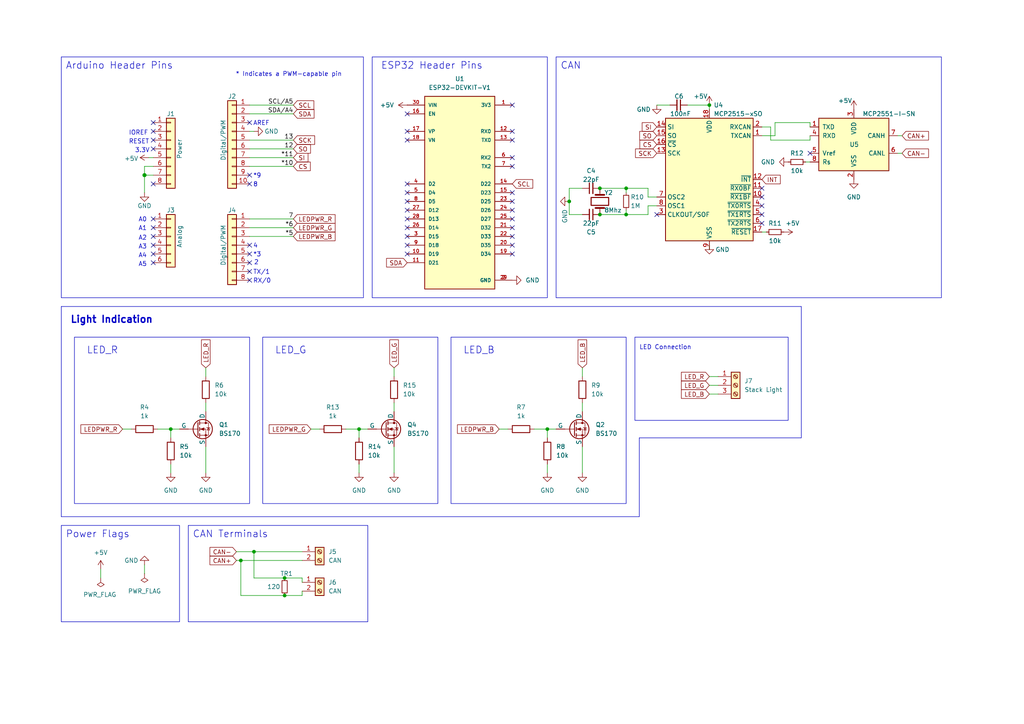
<source format=kicad_sch>
(kicad_sch (version 20231120) (generator "eeschema") (generator_version "8.0")
  (paper "A4")
  (title_block (date "mar. 31 mars 2015"))
  (lib_symbols
    (symbol "+5V_1" (power) (pin_numbers hide) (pin_names (offset 0) hide)
      (property "Value" "+5V" (at 0 3.556 0))
      (symbol "+5V_1_0_1"
        (polyline (pts (xy -0.762 1.27) (xy 0 2.54)))
        (polyline (pts (xy 0 0) (xy 0 2.54)))
        (polyline (pts (xy 0 2.54) (xy 0.762 1.27)))
      )
      (symbol "+5V_1_1_1"
        (pin power_in line (at 0 0 90) (length 0) (name "~") (number "1"))
      )
    )
    (symbol "Connector:Screw_Terminal_01x02" (pin_names (offset 1.016) hide)
      (property "Reference" "J" (at 0 2.54 0))
      (property "Value" "Screw_Terminal_01x02" (at 0 -5.08 0))
      (symbol "Screw_Terminal_01x02_1_1"
        (rectangle (start -1.27 1.27) (end 1.27 -3.81) (stroke (width 0.254)) (fill (type background)))
        (circle (center 0 -2.54) (radius 0.635) (stroke (width 0.1524)))
        (polyline (pts (xy -0.5334 -2.2098) (xy 0.3302 -3.048)) (stroke (width 0.1524)))
        (polyline (pts (xy -0.5334 0.3302) (xy 0.3302 -0.508)) (stroke (width 0.1524)))
        (polyline (pts (xy -0.3556 -2.032) (xy 0.508 -2.8702)) (stroke (width 0.1524)))
        (polyline (pts (xy -0.3556 0.508) (xy 0.508 -0.3302)) (stroke (width 0.1524)))
        (circle (center 0 0) (radius 0.635) (stroke (width 0.1524)))
        (pin passive line (at -5.08 0 0) (length 3.81) (name "Pin_1") (number "1"))
        (pin passive line (at -5.08 -2.54 0) (length 3.81) (name "Pin_2") (number "2"))
      )
    )
    (symbol "Connector:Screw_Terminal_01x03" (pin_names (offset 1.016) hide)
      (property "Reference" "J" (at 0 5.08 0))
      (property "Value" "Screw_Terminal_01x03" (at 0 -5.08 0))
      (symbol "Screw_Terminal_01x03_1_1"
        (rectangle (start -1.27 3.81) (end 1.27 -3.81) (stroke (width 0.254)) (fill (type background)))
        (circle (center 0 -2.54) (radius 0.635) (stroke (width 0.1524)))
        (polyline (pts (xy -0.5334 -2.2098) (xy 0.3302 -3.048)) (stroke (width 0.1524)))
        (polyline (pts (xy -0.5334 0.3302) (xy 0.3302 -0.508)) (stroke (width 0.1524)))
        (polyline (pts (xy -0.5334 2.8702) (xy 0.3302 2.032)) (stroke (width 0.1524)))
        (polyline (pts (xy -0.3556 -2.032) (xy 0.508 -2.8702)) (stroke (width 0.1524)))
        (polyline (pts (xy -0.3556 0.508) (xy 0.508 -0.3302)) (stroke (width 0.1524)))
        (polyline (pts (xy -0.3556 3.048) (xy 0.508 2.2098)) (stroke (width 0.1524)))
        (circle (center 0 0) (radius 0.635) (stroke (width 0.1524)))
        (circle (center 0 2.54) (radius 0.635) (stroke (width 0.1524)))
        (pin passive line (at -5.08 2.54 0) (length 3.81) (name "Pin_1") (number "1"))
        (pin passive line (at -5.08 0 0) (length 3.81) (name "Pin_2") (number "2"))
        (pin passive line (at -5.08 -2.54 0) (length 3.81) (name "Pin_3") (number "3"))
      )
    )
    (symbol "Connector_Generic:Conn_01x06" (pin_names (offset 1.016) hide)
      (property "Reference" "J" (at 0 7.62 0))
      (property "Value" "Conn_01x06" (at 0 -10.16 0))
      (symbol "Conn_01x06_1_1"
        (rectangle (start -1.27 -7.493) (end 0 -7.747) (stroke (width 0.1524)))
        (rectangle (start -1.27 -4.953) (end 0 -5.207) (stroke (width 0.1524)))
        (rectangle (start -1.27 -2.413) (end 0 -2.667) (stroke (width 0.1524)))
        (rectangle (start -1.27 0.127) (end 0 -0.127) (stroke (width 0.1524)))
        (rectangle (start -1.27 2.667) (end 0 2.413) (stroke (width 0.1524)))
        (rectangle (start -1.27 5.207) (end 0 4.953) (stroke (width 0.1524)))
        (rectangle (start -1.27 6.35) (end 1.27 -8.89) (stroke (width 0.254)) (fill (type background)))
        (pin passive line (at -5.08 5.08 0) (length 3.81) (name "Pin_1") (number "1"))
        (pin passive line (at -5.08 2.54 0) (length 3.81) (name "Pin_2") (number "2"))
        (pin passive line (at -5.08 0 0) (length 3.81) (name "Pin_3") (number "3"))
        (pin passive line (at -5.08 -2.54 0) (length 3.81) (name "Pin_4") (number "4"))
        (pin passive line (at -5.08 -5.08 0) (length 3.81) (name "Pin_5") (number "5"))
        (pin passive line (at -5.08 -7.62 0) (length 3.81) (name "Pin_6") (number "6"))
      )
    )
    (symbol "Connector_Generic:Conn_01x08" (pin_names (offset 1.016) hide)
      (property "Reference" "J" (at 0 10.16 0))
      (property "Value" "Conn_01x08" (at 0 -12.7 0))
      (symbol "Conn_01x08_1_1"
        (rectangle (start -1.27 -10.033) (end 0 -10.287) (stroke (width 0.1524)))
        (rectangle (start -1.27 -7.493) (end 0 -7.747) (stroke (width 0.1524)))
        (rectangle (start -1.27 -4.953) (end 0 -5.207) (stroke (width 0.1524)))
        (rectangle (start -1.27 -2.413) (end 0 -2.667) (stroke (width 0.1524)))
        (rectangle (start -1.27 0.127) (end 0 -0.127) (stroke (width 0.1524)))
        (rectangle (start -1.27 2.667) (end 0 2.413) (stroke (width 0.1524)))
        (rectangle (start -1.27 5.207) (end 0 4.953) (stroke (width 0.1524)))
        (rectangle (start -1.27 7.747) (end 0 7.493) (stroke (width 0.1524)))
        (rectangle (start -1.27 8.89) (end 1.27 -11.43) (stroke (width 0.254)) (fill (type background)))
        (pin passive line (at -5.08 7.62 0) (length 3.81) (name "Pin_1") (number "1"))
        (pin passive line (at -5.08 5.08 0) (length 3.81) (name "Pin_2") (number "2"))
        (pin passive line (at -5.08 2.54 0) (length 3.81) (name "Pin_3") (number "3"))
        (pin passive line (at -5.08 0 0) (length 3.81) (name "Pin_4") (number "4"))
        (pin passive line (at -5.08 -2.54 0) (length 3.81) (name "Pin_5") (number "5"))
        (pin passive line (at -5.08 -5.08 0) (length 3.81) (name "Pin_6") (number "6"))
        (pin passive line (at -5.08 -7.62 0) (length 3.81) (name "Pin_7") (number "7"))
        (pin passive line (at -5.08 -10.16 0) (length 3.81) (name "Pin_8") (number "8"))
      )
    )
    (symbol "Connector_Generic:Conn_01x10" (pin_names (offset 1.016) hide)
      (property "Reference" "J" (at 0 12.7 0))
      (property "Value" "Conn_01x10" (at 0 -15.24 0))
      (symbol "Conn_01x10_1_1"
        (rectangle (start -1.27 -12.573) (end 0 -12.827) (stroke (width 0.1524)))
        (rectangle (start -1.27 -10.033) (end 0 -10.287) (stroke (width 0.1524)))
        (rectangle (start -1.27 -7.493) (end 0 -7.747) (stroke (width 0.1524)))
        (rectangle (start -1.27 -4.953) (end 0 -5.207) (stroke (width 0.1524)))
        (rectangle (start -1.27 -2.413) (end 0 -2.667) (stroke (width 0.1524)))
        (rectangle (start -1.27 0.127) (end 0 -0.127) (stroke (width 0.1524)))
        (rectangle (start -1.27 2.667) (end 0 2.413) (stroke (width 0.1524)))
        (rectangle (start -1.27 5.207) (end 0 4.953) (stroke (width 0.1524)))
        (rectangle (start -1.27 7.747) (end 0 7.493) (stroke (width 0.1524)))
        (rectangle (start -1.27 10.287) (end 0 10.033) (stroke (width 0.1524)))
        (rectangle (start -1.27 11.43) (end 1.27 -13.97) (stroke (width 0.254)) (fill (type background)))
        (pin passive line (at -5.08 10.16 0) (length 3.81) (name "Pin_1") (number "1"))
        (pin passive line (at -5.08 -12.7 0) (length 3.81) (name "Pin_10") (number "10"))
        (pin passive line (at -5.08 7.62 0) (length 3.81) (name "Pin_2") (number "2"))
        (pin passive line (at -5.08 5.08 0) (length 3.81) (name "Pin_3") (number "3"))
        (pin passive line (at -5.08 2.54 0) (length 3.81) (name "Pin_4") (number "4"))
        (pin passive line (at -5.08 0 0) (length 3.81) (name "Pin_5") (number "5"))
        (pin passive line (at -5.08 -2.54 0) (length 3.81) (name "Pin_6") (number "6"))
        (pin passive line (at -5.08 -5.08 0) (length 3.81) (name "Pin_7") (number "7"))
        (pin passive line (at -5.08 -7.62 0) (length 3.81) (name "Pin_8") (number "8"))
        (pin passive line (at -5.08 -10.16 0) (length 3.81) (name "Pin_9") (number "9"))
      )
    )
    (symbol "Device:C_Small" (pin_numbers hide) (pin_names (offset 0.254) hide)
      (property "Reference" "C" (at 0.254 1.778 0))
      (property "Value" "C_Small" (at 0.254 -2.032 0))
      (symbol "C_Small_0_1"
        (polyline (pts (xy -1.524 -0.508) (xy 1.524 -0.508)) (stroke (width 0.3302)))
        (polyline (pts (xy -1.524 0.508) (xy 1.524 0.508)) (stroke (width 0.3048)))
      )
      (symbol "C_Small_1_1"
        (pin passive line (at 0 2.54 270) (length 2.032) (name "~") (number "1"))
        (pin passive line (at 0 -2.54 90) (length 2.032) (name "~") (number "2"))
      )
    )
    (symbol "Device:Crystal" (pin_numbers hide) (pin_names (offset 1.016) hide)
      (property "Reference" "Y" (at 0 3.81 0))
      (property "Value" "Crystal" (at 0 -3.81 0))
      (symbol "Crystal_0_1"
        (rectangle (start -1.143 2.54) (end 1.143 -2.54) (stroke (width 0.3048)))
        (polyline (pts (xy -2.54 0) (xy -1.905 0)))
        (polyline (pts (xy -1.905 -1.27) (xy -1.905 1.27)) (stroke (width 0.508)))
        (polyline (pts (xy 1.905 -1.27) (xy 1.905 1.27)) (stroke (width 0.508)))
        (polyline (pts (xy 2.54 0) (xy 1.905 0)))
      )
      (symbol "Crystal_1_1"
        (pin passive line (at -3.81 0 0) (length 1.27) (name "1") (number "1"))
        (pin passive line (at 3.81 0 180) (length 1.27) (name "2") (number "2"))
      )
    )
    (symbol "Device:R" (pin_numbers hide) (pin_names (offset 0))
      (property "Reference" "R" (at 2.032 0 90))
      (property "Value" "R" (at 0 0 90))
      (symbol "R_0_1"
        (rectangle (start -1.016 -2.54) (end 1.016 2.54) (stroke (width 0.254)))
      )
      (symbol "R_1_1"
        (pin passive line (at 0 3.81 270) (length 1.27) (name "~") (number "1"))
        (pin passive line (at 0 -3.81 90) (length 1.27) (name "~") (number "2"))
      )
    )
    (symbol "Device:R_Small" (pin_numbers hide) (pin_names (offset 0.254) hide)
      (property "Reference" "R" (at 0.762 0.508 0))
      (property "Value" "R_Small" (at 0.762 -1.016 0))
      (symbol "R_Small_0_1"
        (rectangle (start -0.762 1.778) (end 0.762 -1.778) (stroke (width 0.2032)))
      )
      (symbol "R_Small_1_1"
        (pin passive line (at 0 2.54 270) (length 0.762) (name "~") (number "1"))
        (pin passive line (at 0 -2.54 90) (length 0.762) (name "~") (number "2"))
      )
    )
    (symbol "GND_1" (power) (pin_numbers hide) (pin_names (offset 0) hide)
      (property "Value" "GND" (at 0 -3.81 0))
      (symbol "GND_1_0_1"
        (polyline (pts (xy 0 0) (xy 0 -1.27) (xy 1.27 -1.27) (xy 0 -2.54) (xy -1.27 -1.27) (xy 0 -1.27)))
      )
      (symbol "GND_1_1_1"
        (pin power_in line (at 0 0 270) (length 0) (name "~") (number "1"))
      )
    )
    (symbol "Interface_CAN_LIN:MCP2515-xSO"
      (property "Reference" "U" (at -10.16 19.685 0))
      (property "Value" "MCP2515-xSO" (at 19.05 20.32 0))
      (symbol "MCP2515-xSO_0_1"
        (rectangle (start -12.7 17.78) (end 12.7 -17.78) (stroke (width 0.254)) (fill (type background)))
      )
      (symbol "MCP2515-xSO_1_1"
        (pin output line (at 15.24 12.7 180) (length 2.54) (name "TXCAN") (number "1"))
        (pin output line (at 15.24 -5.08 180) (length 2.54) (name "~{RX1BF}") (number "10"))
        (pin output line (at 15.24 -2.54 180) (length 2.54) (name "~{RX0BF}") (number "11"))
        (pin output line (at 15.24 0 180) (length 2.54) (name "~{INT}") (number "12"))
        (pin input line (at -15.24 7.62 0) (length 2.54) (name "SCK") (number "13"))
        (pin input line (at -15.24 15.24 0) (length 2.54) (name "SI") (number "14"))
        (pin output line (at -15.24 12.7 0) (length 2.54) (name "SO") (number "15"))
        (pin input line (at -15.24 10.16 0) (length 2.54) (name "~{CS}") (number "16"))
        (pin input line (at 15.24 -15.24 180) (length 2.54) (name "~{RESET}") (number "17"))
        (pin power_in line (at 0 20.32 270) (length 2.54) (name "VDD") (number "18"))
        (pin input line (at 15.24 15.24 180) (length 2.54) (name "RXCAN") (number "2"))
        (pin output line (at -15.24 -10.16 0) (length 2.54) (name "CLKOUT/SOF") (number "3"))
        (pin input line (at 15.24 -7.62 180) (length 2.54) (name "~{TX0RTS}") (number "4"))
        (pin input line (at 15.24 -10.16 180) (length 2.54) (name "~{TX1RTS}") (number "5"))
        (pin input line (at 15.24 -12.7 180) (length 2.54) (name "~{TX2RTS}") (number "6"))
        (pin output line (at -15.24 -5.08 0) (length 2.54) (name "OSC2") (number "7"))
        (pin input line (at -15.24 -7.62 0) (length 2.54) (name "OSC1") (number "8"))
        (pin power_in line (at 0 -20.32 90) (length 2.54) (name "VSS") (number "9"))
      )
    )
    (symbol "Interface_CAN_LIN:MCP2551-I-SN" (pin_names (offset 1.016))
      (property "Reference" "U" (at -10.16 8.89 0))
      (property "Value" "MCP2551-I-SN" (at 2.54 8.89 0))
      (symbol "MCP2551-I-SN_0_1"
        (rectangle (start -10.16 7.62) (end 10.16 -7.62) (stroke (width 0.254)) (fill (type background)))
      )
      (symbol "MCP2551-I-SN_1_1"
        (pin input line (at -12.7 5.08 0) (length 2.54) (name "TXD") (number "1"))
        (pin power_in line (at 0 -10.16 90) (length 2.54) (name "VSS") (number "2"))
        (pin power_in line (at 0 10.16 270) (length 2.54) (name "VDD") (number "3"))
        (pin output line (at -12.7 2.54 0) (length 2.54) (name "RXD") (number "4"))
        (pin power_out line (at -12.7 -2.54 0) (length 2.54) (name "Vref") (number "5"))
        (pin bidirectional line (at 12.7 -2.54 180) (length 2.54) (name "CANL") (number "6"))
        (pin bidirectional line (at 12.7 2.54 180) (length 2.54) (name "CANH") (number "7"))
        (pin input line (at -12.7 -5.08 0) (length 2.54) (name "Rs") (number "8"))
      )
    )
    (symbol "RF_Module:ESP32-DEVKIT-V1" (pin_names (offset 1.016))
      (property "Reference" "U" (at -10.16 30.48 0))
      (property "Value" "ESP32-DEVKIT-V1" (at -10.16 -30.48 0))
      (symbol "ESP32-DEVKIT-V1_0_0"
        (rectangle (start -10.16 -27.94) (end 10.16 27.94) (stroke (width 0.254)) (fill (type background)))
        (pin output line (at 15.24 25.4 180) (length 5.08) (name "3V3") (number "1"))
        (pin bidirectional line (at -15.24 -17.78 0) (length 5.08) (name "D19") (number "10"))
        (pin bidirectional line (at -15.24 -20.32 0) (length 5.08) (name "D21") (number "11"))
        (pin input line (at 15.24 17.78 180) (length 5.08) (name "RX0") (number "12"))
        (pin output line (at 15.24 15.24 180) (length 5.08) (name "TX0") (number "13"))
        (pin bidirectional line (at 15.24 2.54 180) (length 5.08) (name "D22") (number "14"))
        (pin bidirectional line (at 15.24 0 180) (length 5.08) (name "D23") (number "15"))
        (pin input line (at -15.24 22.86 0) (length 5.08) (name "EN") (number "16"))
        (pin bidirectional line (at -15.24 17.78 0) (length 5.08) (name "VP") (number "17"))
        (pin bidirectional line (at -15.24 15.24 0) (length 5.08) (name "VN") (number "18"))
        (pin bidirectional line (at 15.24 -17.78 180) (length 5.08) (name "D34") (number "19"))
        (pin power_in line (at 15.24 -25.4 180) (length 5.08) (name "GND") (number "2"))
        (pin bidirectional line (at 15.24 -15.24 180) (length 5.08) (name "D35") (number "20"))
        (pin bidirectional line (at 15.24 -10.16 180) (length 5.08) (name "D32") (number "21"))
        (pin bidirectional line (at 15.24 -12.7 180) (length 5.08) (name "D33") (number "22"))
        (pin bidirectional line (at 15.24 -2.54 180) (length 5.08) (name "D25") (number "23"))
        (pin bidirectional line (at 15.24 -5.08 180) (length 5.08) (name "D26") (number "24"))
        (pin bidirectional line (at 15.24 -7.62 180) (length 5.08) (name "D27") (number "25"))
        (pin bidirectional line (at -15.24 -10.16 0) (length 5.08) (name "D14") (number "26"))
        (pin bidirectional line (at -15.24 -5.08 0) (length 5.08) (name "D12") (number "27"))
        (pin bidirectional line (at -15.24 -7.62 0) (length 5.08) (name "D13") (number "28"))
        (pin power_in line (at 15.24 -25.4 180) (length 5.08) (name "GND") (number "29"))
        (pin bidirectional line (at -15.24 -12.7 0) (length 5.08) (name "D15") (number "3"))
        (pin input line (at -15.24 25.4 0) (length 5.08) (name "VIN") (number "30"))
        (pin bidirectional line (at -15.24 2.54 0) (length 5.08) (name "D2") (number "4"))
        (pin bidirectional line (at -15.24 0 0) (length 5.08) (name "D4") (number "5"))
        (pin input line (at 15.24 10.16 180) (length 5.08) (name "RX2") (number "6"))
        (pin output line (at 15.24 7.62 180) (length 5.08) (name "TX2") (number "7"))
        (pin bidirectional line (at -15.24 -2.54 0) (length 5.08) (name "D5") (number "8"))
        (pin bidirectional line (at -15.24 -15.24 0) (length 5.08) (name "D18") (number "9"))
      )
    )
    (symbol "Simulation_SPICE:NMOS" (pin_numbers hide) (pin_names (offset 0))
      (property "Reference" "Q" (at 5.08 1.27 0))
      (property "Value" "NMOS" (at 5.08 -1.27 0))
      (symbol "NMOS_0_1"
        (polyline (pts (xy 0.254 0) (xy -2.54 0)))
        (polyline (pts (xy 0.254 1.905) (xy 0.254 -1.905)) (stroke (width 0.254)))
        (polyline (pts (xy 0.762 -1.27) (xy 0.762 -2.286)) (stroke (width 0.254)))
        (polyline (pts (xy 0.762 0.508) (xy 0.762 -0.508)) (stroke (width 0.254)))
        (polyline (pts (xy 0.762 2.286) (xy 0.762 1.27)) (stroke (width 0.254)))
        (polyline (pts (xy 2.54 2.54) (xy 2.54 1.778)))
        (polyline (pts (xy 2.54 -2.54) (xy 2.54 0) (xy 0.762 0)))
        (polyline (pts (xy 0.762 -1.778) (xy 3.302 -1.778) (xy 3.302 1.778) (xy 0.762 1.778)))
        (polyline (pts (xy 1.016 0) (xy 2.032 0.381) (xy 2.032 -0.381) (xy 1.016 0)) (fill (type outline)))
        (polyline (pts (xy 2.794 0.508) (xy 2.921 0.381) (xy 3.683 0.381) (xy 3.81 0.254)))
        (polyline (pts (xy 3.302 0.381) (xy 2.921 -0.254) (xy 3.683 -0.254) (xy 3.302 0.381)))
        (circle (center 1.651 0) (radius 2.794) (stroke (width 0.254)))
        (circle (center 2.54 -1.778) (radius 0.254) (fill (type outline)))
        (circle (center 2.54 1.778) (radius 0.254) (fill (type outline)))
      )
      (symbol "NMOS_1_1"
        (pin passive line (at 2.54 5.08 270) (length 2.54) (name "D") (number "1"))
        (pin input line (at -5.08 0 0) (length 2.54) (name "G") (number "2"))
        (pin passive line (at 2.54 -5.08 90) (length 2.54) (name "S") (number "3"))
      )
    )
    (symbol "power:+5V" (power) (pin_names (offset 0))
      (property "Value" "+5V" (at 0 3.556 0))
      (symbol "+5V_0_1"
        (polyline (pts (xy -0.762 1.27) (xy 0 2.54)))
        (polyline (pts (xy 0 0) (xy 0 2.54)))
        (polyline (pts (xy 0 2.54) (xy 0.762 1.27)))
      )
      (symbol "+5V_1_1"
        (pin power_in line (at 0 0 90) (length 0) hide (name "+5V") (number "1"))
      )
    )
    (symbol "power:GND" (power) (pin_names (offset 0))
      (property "Value" "GND" (at 0 -3.81 0))
      (symbol "GND_0_1"
        (polyline (pts (xy 0 0) (xy 0 -1.27) (xy 1.27 -1.27) (xy 0 -2.54) (xy -1.27 -1.27) (xy 0 -1.27)))
      )
      (symbol "GND_1_1"
        (pin power_in line (at 0 0 270) (length 0) hide (name "GND") (number "1"))
      )
    )
    (symbol "power:PWR_FLAG" (power) (pin_numbers hide) (pin_names (offset 0) hide)
      (property "Value" "PWR_FLAG" (at 0 3.81 0))
      (symbol "PWR_FLAG_0_0"
        (pin power_out line (at 0 0 90) (length 0) (name "~") (number "1"))
      )
      (symbol "PWR_FLAG_0_1"
        (polyline (pts (xy 0 0) (xy 0 1.27) (xy -1.016 1.905) (xy 0 2.54) (xy 1.016 1.905) (xy 0 1.27)))
      )
    )
  )
  (junction (at 73.66 160.02))
  (junction (at 181.61 62.23))
  (junction (at 82.55 167.64))
  (junction (at 41.91 50.8) (diameter 1.016))
  (junction (at 173.99 62.23))
  (junction (at 205.74 30.48))
  (junction (at 69.85 162.56))
  (junction (at 165.1 58.42))
  (junction (at 104.14 124.46))
  (junction (at 49.53 124.46))
  (junction (at 82.55 172.72))
  (junction (at 173.99 54.61))
  (junction (at 158.75 124.46))
  (junction (at 181.61 54.61))
  (no_connect (at 148.59 48.26))
  (no_connect (at 72.39 53.34))
  (no_connect (at 148.59 71.12))
  (no_connect (at 118.11 73.66))
  (no_connect (at 148.59 40.64))
  (no_connect (at 118.11 68.58))
  (no_connect (at 148.59 45.72))
  (no_connect (at 118.11 58.42))
  (no_connect (at 44.45 40.64))
  (no_connect (at 44.45 43.18))
  (no_connect (at 118.11 53.34))
  (no_connect (at 72.39 78.74))
  (no_connect (at 72.39 81.28))
  (no_connect (at 44.45 63.5))
  (no_connect (at 44.45 38.1))
  (no_connect (at 118.11 40.64))
  (no_connect (at 220.98 64.77))
  (no_connect (at 148.59 60.96))
  (no_connect (at 118.11 63.5))
  (no_connect (at 148.59 55.88))
  (no_connect (at 118.11 66.04))
  (no_connect (at 148.59 58.42))
  (no_connect (at 190.5 62.23))
  (no_connect (at 44.45 71.12))
  (no_connect (at 44.45 68.58))
  (no_connect (at 148.59 73.66))
  (no_connect (at 44.45 73.66))
  (no_connect (at 220.98 62.23))
  (no_connect (at 44.45 76.2))
  (no_connect (at 220.98 54.61))
  (no_connect (at 118.11 38.1))
  (no_connect (at 220.98 57.15))
  (no_connect (at 148.59 68.58))
  (no_connect (at 118.11 33.02))
  (no_connect (at 148.59 66.04))
  (no_connect (at 44.45 35.56))
  (no_connect (at 44.45 66.04))
  (no_connect (at 220.98 59.69))
  (no_connect (at 72.39 71.12))
  (no_connect (at 118.11 60.96))
  (no_connect (at 72.39 50.8))
  (no_connect (at 148.59 38.1))
  (no_connect (at 148.59 63.5))
  (no_connect (at 72.39 76.2))
  (no_connect (at 72.39 73.66))
  (no_connect (at 118.11 55.88))
  (no_connect (at 72.39 35.56))
  (no_connect (at 148.59 30.48))
  (no_connect (at 118.11 71.12))
  (no_connect (at 234.95 44.45))
  (no_connect (at 44.45 53.34))
  (wire (pts (xy 208.28 114.3) (xy 205.74 114.3)))
  (wire (pts (xy 173.99 62.23) (xy 181.61 62.23)))
  (wire (pts (xy 104.14 134.62) (xy 104.14 137.16)))
  (wire (pts (xy 72.39 48.26) (xy 85.09 48.26)))
  (wire (pts (xy 165.1 62.23) (xy 168.91 62.23)))
  (wire (pts (xy 220.98 39.37) (xy 224.79 39.37)))
  (wire (pts (xy 72.39 30.48) (xy 85.09 30.48)))
  (wire (pts (xy 208.28 109.22) (xy 205.74 109.22)))
  (wire (pts (xy 35.56 124.46) (xy 38.1 124.46)))
  (wire (pts (xy 158.75 124.46) (xy 161.29 124.46)))
  (wire (pts (xy 181.61 62.23) (xy 187.96 62.23)))
  (wire (pts (xy 104.14 124.46) (xy 106.68 124.46)))
  (wire (pts (xy 41.91 48.26) (xy 41.91 50.8)))
  (wire (pts (xy 114.3 129.54) (xy 114.3 137.16)))
  (wire (pts (xy 69.85 172.72) (xy 69.85 162.56)))
  (wire (pts (xy 187.96 59.69) (xy 190.5 59.69)))
  (wire (pts (xy 87.63 167.64) (xy 87.63 168.91)))
  (wire (pts (xy 82.55 167.64) (xy 73.66 167.64)))
  (wire (pts (xy 41.91 50.8) (xy 41.91 55.88)))
  (wire (pts (xy 187.96 57.15) (xy 190.5 57.15)))
  (wire (pts (xy 223.52 36.83) (xy 223.52 40.64)))
  (wire (pts (xy 43.18 45.72) (xy 44.45 45.72)))
  (wire (pts (xy 87.63 172.72) (xy 87.63 171.45)))
  (wire (pts (xy 73.66 160.02) (xy 87.63 160.02)))
  (wire (pts (xy 72.39 40.64) (xy 85.09 40.64)))
  (wire (pts (xy 82.55 172.72) (xy 87.63 172.72)))
  (wire (pts (xy 220.98 36.83) (xy 223.52 36.83)))
  (wire (pts (xy 224.79 35.56) (xy 234.95 35.56)))
  (wire (pts (xy 72.39 63.5) (xy 85.09 63.5)))
  (wire (pts (xy 205.74 30.48) (xy 205.74 31.75)))
  (wire (pts (xy 72.39 43.18) (xy 85.09 43.18)))
  (polyline (pts (xy 232.41 88.9) (xy 232.41 127)))
  (wire (pts (xy 72.39 66.04) (xy 85.09 66.04)))
  (wire (pts (xy 104.14 124.46) (xy 104.14 127)))
  (wire (pts (xy 68.58 160.02) (xy 73.66 160.02)))
  (wire (pts (xy 59.69 116.84) (xy 59.69 119.38)))
  (wire (pts (xy 190.5 30.48) (xy 194.31 30.48)))
  (wire (pts (xy 165.1 54.61) (xy 168.91 54.61)))
  (wire (pts (xy 82.55 167.64) (xy 87.63 167.64)))
  (wire (pts (xy 154.94 124.46) (xy 158.75 124.46)))
  (wire (pts (xy 181.61 54.61) (xy 187.96 54.61)))
  (wire (pts (xy 69.85 162.56) (xy 87.63 162.56)))
  (polyline (pts (xy 17.78 149.86) (xy 185.42 149.86)))
  (wire (pts (xy 168.91 116.84) (xy 168.91 119.38)))
  (wire (pts (xy 158.75 124.46) (xy 158.75 127)))
  (wire (pts (xy 173.99 54.61) (xy 181.61 54.61)))
  (wire (pts (xy 187.96 54.61) (xy 187.96 57.15)))
  (wire (pts (xy 158.75 134.62) (xy 158.75 137.16)))
  (wire (pts (xy 144.78 124.46) (xy 147.32 124.46)))
  (wire (pts (xy 165.1 58.42) (xy 165.1 54.61)))
  (wire (pts (xy 73.66 167.64) (xy 73.66 160.02)))
  (wire (pts (xy 181.61 60.96) (xy 181.61 62.23)))
  (wire (pts (xy 260.35 44.45) (xy 261.62 44.45)))
  (wire (pts (xy 44.45 50.8) (xy 41.91 50.8)))
  (wire (pts (xy 100.33 124.46) (xy 104.14 124.46)))
  (wire (pts (xy 165.1 58.42) (xy 165.1 62.23)))
  (polyline (pts (xy 232.41 127) (xy 185.42 127)))
  (wire (pts (xy 168.91 129.54) (xy 168.91 137.16)))
  (polyline (pts (xy 17.78 88.9) (xy 232.41 88.9)))
  (wire (pts (xy 234.95 35.56) (xy 234.95 36.83)))
  (wire (pts (xy 49.53 124.46) (xy 52.07 124.46)))
  (wire (pts (xy 199.39 30.48) (xy 205.74 30.48)))
  (wire (pts (xy 45.72 124.46) (xy 49.53 124.46)))
  (wire (pts (xy 222.25 67.31) (xy 220.98 67.31)))
  (wire (pts (xy 205.74 71.12) (xy 205.74 72.39)))
  (wire (pts (xy 49.53 134.62) (xy 49.53 137.16)))
  (wire (pts (xy 72.39 38.1) (xy 73.66 38.1)))
  (wire (pts (xy 114.3 106.68) (xy 114.3 109.22)))
  (wire (pts (xy 208.28 111.76) (xy 205.74 111.76)))
  (wire (pts (xy 44.45 48.26) (xy 41.91 48.26)))
  (wire (pts (xy 168.91 106.68) (xy 168.91 109.22)))
  (wire (pts (xy 68.58 162.56) (xy 69.85 162.56)))
  (wire (pts (xy 260.35 39.37) (xy 261.62 39.37)))
  (wire (pts (xy 234.95 46.99) (xy 233.68 46.99)))
  (wire (pts (xy 41.91 163.83) (xy 41.91 166.37)))
  (wire (pts (xy 72.39 45.72) (xy 85.09 45.72)))
  (wire (pts (xy 224.79 35.56) (xy 224.79 39.37)))
  (wire (pts (xy 49.53 124.46) (xy 49.53 127)))
  (wire (pts (xy 29.21 167.64) (xy 29.21 165.1)))
  (wire (pts (xy 72.39 68.58) (xy 85.09 68.58)))
  (polyline (pts (xy 185.42 127) (xy 185.42 149.86)))
  (wire (pts (xy 181.61 54.61) (xy 181.61 55.88)))
  (polyline (pts (xy 17.78 88.9) (xy 17.78 149.86)))
  (wire (pts (xy 59.69 106.68) (xy 59.69 109.22)))
  (wire (pts (xy 82.55 172.72) (xy 69.85 172.72)))
  (wire (pts (xy 72.39 33.02) (xy 85.09 33.02)))
  (wire (pts (xy 223.52 40.64) (xy 234.95 40.64)))
  (wire (pts (xy 90.17 124.46) (xy 92.71 124.46)))
  (wire (pts (xy 59.69 129.54) (xy 59.69 137.16)))
  (wire (pts (xy 114.3 116.84) (xy 114.3 119.38)))
  (wire (pts (xy 234.95 40.64) (xy 234.95 39.37)))
  (wire (pts (xy 187.96 62.23) (xy 187.96 59.69)))
  (rectangle (start 17.78 152.4) (end 52.07 180.34))
  (rectangle (start 21.59 97.79) (end 72.39 146.05))
  (rectangle (start 54.61 152.4) (end 106.68 180.34))
  (rectangle (start 17.78 16.51) (end 105.41 86.36))
  (rectangle (start 130.81 97.79) (end 181.61 146.05))
  (rectangle (start 76.2 97.79) (end 127 146.05))
  (rectangle (start 161.29 16.51) (end 273.05 86.36))
  (rectangle (start 107.95 16.51) (end 158.75 86.36))
  (rectangle (start 184.15 97.79) (end 228.6 121.92))
  (text "A4" (at 40.132 74.93 0) (effects (font (size 1.27 1.27)) (justify left bottom)))
  (text "*3" (at 73.406 74.676 0) (effects (font (size 1.27 1.27)) (justify left bottom)))
  (text "8" (at 73.406 54.356 0) (effects (font (size 1.27 1.27)) (justify left bottom)))
  (text "A1" (at 40.132 67.056 0) (effects (font (size 1.27 1.27)) (justify left bottom)))
  (text "AREF" (at 73.406 36.576 0) (effects (font (size 1.27 1.27)) (justify left bottom)))
  (text "2" (at 73.66 76.962 0) (effects (font (size 1.27 1.27)) (justify left bottom)))
  (text "CAN" (at 162.56 20.32 0) (effects (font (size 2 2)) (justify left bottom)))
  (text "Light Indication" (at 20.32 93.98 0) (effects (font (size 2 2) (thickness 0.4) (bold yes)) (justify left bottom)))
  (text "A3" (at 40.132 72.39 0) (effects (font (size 1.27 1.27)) (justify left bottom)))
  (text "4" (at 73.406 72.136 0) (effects (font (size 1.27 1.27)) (justify left bottom)))
  (text "RESET" (at 37.338 41.91 0) (effects (font (size 1.27 1.27)) (justify left bottom)))
  (text "CAN Terminals" (at 55.88 156.21 0) (effects (font (size 2 2)) (justify left bottom)))
  (text "Arduino Header Pins" (at 19.05 20.32 0) (effects (font (size 2 2)) (justify left bottom)))
  (text "LED_G" (at 79.756 102.87 0) (effects (font (size 2 2)) (justify left bottom)))
  (text "Power Flags" (at 19.05 156.21 0) (effects (font (size 2 2)) (justify left bottom)))
  (text "LED_R" (at 25.146 102.87 0) (effects (font (size 2 2)) (justify left bottom)))
  (text "LED_B" (at 134.366 102.87 0) (effects (font (size 2 2)) (justify left bottom)))
  (text "LED Connection" (at 185.42 101.6 0) (effects (font (size 1.27 1.27)) (justify left bottom)))
  (text "A0" (at 40.132 64.516 0) (effects (font (size 1.27 1.27)) (justify left bottom)))
  (text "* Indicates a PWM-capable pin" (at 68.326 22.352 0) (effects (font (size 1.27 1.27)) (justify left bottom)))
  (text "A5" (at 40.132 77.47 0) (effects (font (size 1.27 1.27)) (justify left bottom)))
  (text "RX/0" (at 73.406 82.296 0) (effects (font (size 1.27 1.27)) (justify left bottom)))
  (text "IOREF" (at 37.338 39.37 0) (effects (font (size 1.27 1.27)) (justify left bottom)))
  (text "ESP32 Header Pins" (at 110.49 20.32 0) (effects (font (size 2 2)) (justify left bottom)))
  (text "3.3V" (at 39.116 44.45 0) (effects (font (size 1.27 1.27)) (justify left bottom)))
  (text "A2" (at 40.132 69.85 0) (effects (font (size 1.27 1.27)) (justify left bottom)))
  (text "TX/1" (at 73.406 79.756 0) (effects (font (size 1.27 1.27)) (justify left bottom)))
  (text "*9" (at 73.406 51.816 0) (effects (font (size 1.27 1.27)) (justify left bottom)))
  (label "13" (at 85.09 40.64 180))
  (label "12" (at 85.09 43.18 180))
  (label "*10" (at 85.09 48.26 180))
  (label "7" (at 85.09 63.5 180))
  (label "SDA{slash}A4" (at 85.09 33.02 180))
  (label "*11" (at 85.09 45.72 180))
  (label "*6" (at 85.09 66.04 180))
  (label "SCL{slash}A5" (at 85.09 30.48 180))
  (label "*5" (at 85.09 68.58 180))
  (global_label "SCK" (shape input) (at 85.09 40.64 0) (property "Intersheetrefs" "${INTERSHEET_REFS}" (effects (hide yes))))
  (global_label "SDA" (shape input) (at 118.11 76.2 180) (property "Intersheetrefs" "${INTERSHEET_REFS}" (effects (hide yes))))
  (global_label "CAN-" (shape input) (at 68.58 160.02 180) (property "Intersheetrefs" "${INTERSHEET_REFS}" (effects (hide yes))))
  (global_label "LED_B" (shape input) (at 168.91 106.68 90) (property "Intersheetrefs" "${INTERSHEET_REFS}" (effects (hide yes))))
  (global_label "LEDPWR_R" (shape input) (at 85.09 63.5 0) (property "Intersheetrefs" "${INTERSHEET_REFS}" (effects (hide yes))))
  (global_label "SCL" (shape input) (at 85.09 30.48 0) (property "Intersheetrefs" "${INTERSHEET_REFS}" (effects (hide yes))))
  (global_label "LEDPWR_B" (shape input) (at 85.09 68.58 0) (property "Intersheetrefs" "${INTERSHEET_REFS}" (effects (hide yes))))
  (global_label "SDA" (shape input) (at 85.09 33.02 0) (property "Intersheetrefs" "${INTERSHEET_REFS}" (effects (hide yes))))
  (global_label "LED_B" (shape input) (at 205.74 114.3 180) (property "Intersheetrefs" "${INTERSHEET_REFS}" (effects (hide yes))))
  (global_label "LEDPWR_R" (shape input) (at 35.56 124.46 180) (property "Intersheetrefs" "${INTERSHEET_REFS}" (effects (hide yes))))
  (global_label "SO" (shape input) (at 85.09 43.18 0) (property "Intersheetrefs" "${INTERSHEET_REFS}" (effects (hide yes))))
  (global_label "LEDPWR_G" (shape input) (at 90.17 124.46 180) (property "Intersheetrefs" "${INTERSHEET_REFS}" (effects (hide yes))))
  (global_label "SO" (shape input) (at 190.5 39.37 180) (property "Intersheetrefs" "${INTERSHEET_REFS}" (effects (hide yes))))
  (global_label "LED_R" (shape input) (at 59.69 106.68 90) (property "Intersheetrefs" "${INTERSHEET_REFS}" (effects (hide yes))))
  (global_label "CS" (shape input) (at 190.5 41.91 180) (property "Intersheetrefs" "${INTERSHEET_REFS}" (effects (hide yes))))
  (global_label "CAN+" (shape input) (at 261.62 39.37 0) (property "Intersheetrefs" "${INTERSHEET_REFS}" (effects (hide yes))))
  (global_label "LED_R" (shape input) (at 205.74 109.22 180) (property "Intersheetrefs" "${INTERSHEET_REFS}" (effects (hide yes))))
  (global_label "SI" (shape input) (at 85.09 45.72 0) (property "Intersheetrefs" "${INTERSHEET_REFS}" (effects (hide yes))))
  (global_label "CAN+" (shape input) (at 68.58 162.56 180) (property "Intersheetrefs" "${INTERSHEET_REFS}" (effects (hide yes))))
  (global_label "SCL" (shape input) (at 148.59 53.34 0) (property "Intersheetrefs" "${INTERSHEET_REFS}" (effects (hide yes))))
  (global_label "LEDPWR_G" (shape input) (at 85.09 66.04 0) (property "Intersheetrefs" "${INTERSHEET_REFS}" (effects (hide yes))))
  (global_label "CS" (shape input) (at 85.09 48.26 0) (property "Intersheetrefs" "${INTERSHEET_REFS}" (effects (hide yes))))
  (global_label "LED_G" (shape input) (at 205.74 111.76 180) (property "Intersheetrefs" "${INTERSHEET_REFS}" (effects (hide yes))))
  (global_label "INT" (shape input) (at 220.98 52.07 0) (property "Intersheetrefs" "${INTERSHEET_REFS}" (effects (hide yes))))
  (global_label "SI" (shape input) (at 190.5 36.83 180) (property "Intersheetrefs" "${INTERSHEET_REFS}" (effects (hide yes))))
  (global_label "LEDPWR_B" (shape input) (at 144.78 124.46 180) (property "Intersheetrefs" "${INTERSHEET_REFS}" (effects (hide yes))))
  (global_label "LED_G" (shape input) (at 114.3 106.68 90) (property "Intersheetrefs" "${INTERSHEET_REFS}" (effects (hide yes))))
  (global_label "SCK" (shape input) (at 190.5 44.45 180) (property "Intersheetrefs" "${INTERSHEET_REFS}" (effects (hide yes))))
  (global_label "CAN-" (shape input) (at 261.62 44.45 0) (property "Intersheetrefs" "${INTERSHEET_REFS}" (effects (hide yes))))
  (symbol (lib_id "Connector_Generic:Conn_01x08") (at 49.53 43.18 0) (unit 1)
    (property "Reference" "J1" (at 49.53 33.02 0))
    (property "Value" "Power" (at 52.07 43.18 90))
    (property "Footprint" "Connector_PinSocket_2.54mm:PinSocket_1x08_P2.54mm_Vertical" (effects (hide yes)))
  )
  (symbol (lib_id "power:+5V") (at 43.18 45.72 90) (unit 1)
    (property "Reference" "#PWR02" (effects (hide yes)))
    (property "Value" "+5V" (at 40.132 45.974 90) (effects (justify left)))
  )
  (symbol (lib_id "power:GND") (at 41.91 55.88 0) (unit 1)
    (property "Reference" "#PWR04" (effects (hide yes)))
    (property "Value" "GND" (at 41.91 59.69 0))
  )
  (symbol (lib_id "Connector_Generic:Conn_01x10") (at 67.31 40.64 0) (mirror y) (unit 1)
    (property "Reference" "J2" (at 67.31 27.94 0))
    (property "Value" "Digital/PWM" (at 64.77 40.64 90))
    (property "Footprint" "Connector_PinSocket_2.54mm:PinSocket_1x10_P2.54mm_Vertical" (effects (hide yes)))
  )
  (symbol (lib_id "power:GND") (at 73.66 38.1 90) (unit 1)
    (property "Reference" "#PWR05" (effects (hide yes)))
    (property "Value" "GND" (at 78.74 38.1 90))
  )
  (symbol (lib_id "Connector_Generic:Conn_01x06") (at 49.53 68.58 0) (unit 1)
    (property "Reference" "J3" (at 49.53 60.96 0))
    (property "Value" "Analog" (at 52.07 68.58 90))
    (property "Footprint" "Connector_PinSocket_2.54mm:PinSocket_1x06_P2.54mm_Vertical" (effects (hide yes)))
  )
  (symbol (lib_id "Connector_Generic:Conn_01x08") (at 67.31 71.12 0) (mirror y) (unit 1)
    (property "Reference" "J4" (at 67.31 60.96 0))
    (property "Value" "Digital/PWM" (at 64.77 71.12 90))
    (property "Footprint" "Connector_PinSocket_2.54mm:PinSocket_1x08_P2.54mm_Vertical" (effects (hide yes)))
  )
  (symbol (lib_id "Connector:Screw_Terminal_01x02") (at 92.71 168.91 0) (unit 1)
    (property "Reference" "J6" (at 95.25 168.9099 0) (effects (justify left)))
    (property "Value" "CAN" (at 95.25 171.4499 0) (effects (justify left)))
    (property "Footprint" "TerminalBlock_Phoenix:TerminalBlock_Phoenix_MKDS-1,5-2_1x02_P5.00mm_Horizontal" (effects (hide yes)))
  )
  (symbol (lib_name "+5V_1") (lib_id "power:+5V") (at 118.11 30.48 90) (unit 1)
    (property "Reference" "#PWR010" (effects (hide yes)))
    (property "Value" "+5V" (at 114.3 30.4799 90) (effects (justify left)))
    (property "Description" "Power symbol creates a global label with name \"+5V\"" (effects (hide yes)))
  )
  (symbol (lib_id "Device:R") (at 151.13 124.46 90) (unit 1)
    (property "Reference" "R7" (at 151.13 118.11 90))
    (property "Value" "1k" (at 151.13 120.65 90))
    (property "Footprint" "Resistor_SMD:R_0805_2012Metric_Pad1.20x1.40mm_HandSolder" (effects (hide yes)))
  )
  (symbol (lib_name "GND_1") (lib_id "power:GND") (at 148.59 81.28 90) (unit 1)
    (property "Reference" "#PWR011" (effects (hide yes)))
    (property "Value" "GND" (at 152.4 81.2799 90) (effects (justify right)))
    (property "Description" "Power symbol creates a global label with name \"GND\" , ground" (effects (hide yes)))
  )
  (symbol (lib_id "Device:R") (at 168.91 113.03 0) (unit 1)
    (property "Reference" "R9" (at 171.45 111.76 0) (effects (justify left)))
    (property "Value" "10k" (at 171.45 114.3 0) (effects (justify left)))
    (property "Footprint" "Resistor_SMD:R_0805_2012Metric_Pad1.20x1.40mm_HandSolder" (effects (hide yes)))
  )
  (symbol (lib_id "power:GND") (at 205.74 71.12 0) (unit 1)
    (property "Reference" "#PWR026" (effects (hide yes)))
    (property "Value" "GND" (at 209.55 72.39 0))
  )
  (symbol (lib_id "Device:R") (at 41.91 124.46 90) (unit 1)
    (property "Reference" "R4" (at 41.91 118.11 90))
    (property "Value" "1k" (at 41.91 120.65 90))
    (property "Footprint" "Resistor_SMD:R_0805_2012Metric_Pad1.20x1.40mm_HandSolder" (effects (hide yes)))
  )
  (symbol (lib_id "Device:C_Small") (at 171.45 54.61 90) (unit 1)
    (property "Reference" "C4" (at 171.45 49.53 90))
    (property "Value" "22pF" (at 171.45 52.07 90))
    (property "Footprint" "Capacitor_SMD:C_0805_2012Metric_Pad1.18x1.45mm_HandSolder" (effects (hide yes)))
  )
  (symbol (lib_id "Device:R") (at 96.52 124.46 90) (unit 1)
    (property "Reference" "R13" (at 96.52 118.11 90))
    (property "Value" "1k" (at 96.52 120.65 90))
    (property "Footprint" "Resistor_SMD:R_0805_2012Metric_Pad1.20x1.40mm_HandSolder" (effects (hide yes)))
  )
  (symbol (lib_id "power:PWR_FLAG") (at 41.91 166.37 180) (unit 1)
    (property "Reference" "#FLG02" (effects (hide yes)))
    (property "Value" "PWR_FLAG" (at 41.91 171.45 0))
    (property "Description" "Special symbol for telling ERC where power comes from" (effects (hide yes)))
  )
  (symbol (lib_id "Device:R_Small") (at 224.79 67.31 270) (unit 1)
    (property "Reference" "R11" (at 224.79 64.77 90))
    (property "Value" "10k" (at 224.79 69.85 90))
    (property "Footprint" "Resistor_SMD:R_0805_2012Metric_Pad1.20x1.40mm_HandSolder" (effects (hide yes)))
  )
  (symbol (lib_id "power:GND") (at 165.1 58.42 270) (unit 1)
    (property "Reference" "#PWR020" (effects (hide yes)))
    (property "Value" "GND" (at 163.83 64.77 0) (effects (justify right)))
  )
  (symbol (lib_id "Simulation_SPICE:NMOS") (at 166.37 124.46 0) (unit 1)
    (property "Reference" "Q2" (at 172.72 123.19 0) (effects (justify left)))
    (property "Value" "BS170" (at 172.72 125.73 0) (effects (justify left)))
    (property "Footprint" "Package_TO_SOT_THT:TO-92_Inline" (effects (hide yes)))
    (property "Datasheet" "https://ngspice.sourceforge.io/docs/ngspice-manual.pdf" (effects (hide yes)))
    (property "Sim.Device" "NMOS" (effects (hide yes)))
    (property "Sim.Type" "VDMOS" (effects (hide yes)))
    (property "Sim.Pins" "1=D 2=G 3=S" (effects (hide yes)))
  )
  (symbol (lib_id "power:GND") (at 41.91 163.83 180) (unit 1)
    (property "Reference" "#PWR07" (effects (hide yes)))
    (property "Value" "GND" (at 38.1 162.56 0))
  )
  (symbol (lib_id "Device:R") (at 49.53 130.81 0) (unit 1)
    (property "Reference" "R5" (at 52.07 129.54 0) (effects (justify left)))
    (property "Value" "10k" (at 52.07 132.08 0) (effects (justify left)))
    (property "Footprint" "Resistor_SMD:R_0805_2012Metric_Pad1.20x1.40mm_HandSolder" (effects (hide yes)))
  )
  (symbol (lib_id "Device:Crystal") (at 173.99 58.42 90) (unit 1)
    (property "Reference" "Y2" (at 175.26 55.88 90) (effects (justify right)))
    (property "Value" "8Mhz" (at 175.26 60.96 90) (effects (justify right)))
    (property "Footprint" "Crystal:Crystal_HC49-4H_Vertical" (effects (hide yes)))
  )
  (symbol (lib_id "power:PWR_FLAG") (at 29.21 167.64 180) (unit 1)
    (property "Reference" "#FLG01" (effects (hide yes)))
    (property "Value" "PWR_FLAG" (at 33.782 172.466 0) (effects (justify left)))
    (property "Description" "Special symbol for telling ERC where power comes from" (effects (hide yes)))
  )
  (symbol (lib_id "Device:C_Small") (at 171.45 62.23 270) (unit 1)
    (property "Reference" "C5" (at 171.45 67.31 90))
    (property "Value" "22pF" (at 171.45 64.77 90))
    (property "Footprint" "Capacitor_SMD:C_0805_2012Metric_Pad1.18x1.45mm_HandSolder" (effects (hide yes)))
  )
  (symbol (lib_id "Interface_CAN_LIN:MCP2515-xSO") (at 205.74 52.07 0) (unit 1)
    (property "Reference" "U4" (at 207.01 30.48 0) (effects (justify left)))
    (property "Value" "MCP2515-xSO" (at 207.01 33.02 0) (effects (justify left)))
    (property "Footprint" "Package_SO:SOIC-18W_7.5x11.6mm_P1.27mm" (effects (hide yes)))
    (property "Datasheet" "http://ww1.microchip.com/downloads/en/DeviceDoc/21801e.pdf" (effects (hide yes)))
  )
  (symbol (lib_id "power:GND") (at 158.75 137.16 0) (unit 1)
    (property "Reference" "#PWR08" (effects (hide yes)))
    (property "Value" "GND" (at 158.75 142.24 0))
  )
  (symbol (lib_id "power:GND") (at 114.3 137.16 0) (unit 1)
    (property "Reference" "#PWR024" (effects (hide yes)))
    (property "Value" "GND" (at 114.3 142.24 0))
  )
  (symbol (lib_id "power:GND") (at 49.53 137.16 0) (unit 1)
    (property "Reference" "#PWR01" (effects (hide yes)))
    (property "Value" "GND" (at 49.53 142.24 0))
  )
  (symbol (lib_id "Device:R_Small") (at 231.14 46.99 270) (unit 1)
    (property "Reference" "R12" (at 231.14 44.45 90))
    (property "Value" "10k" (at 231.14 49.53 90))
    (property "Footprint" "Resistor_SMD:R_0805_2012Metric_Pad1.20x1.40mm_HandSolder" (effects (hide yes)))
  )
  (symbol (lib_id "power:GND") (at 190.5 30.48 0) (unit 1)
    (property "Reference" "#PWR021" (effects (hide yes)))
    (property "Value" "GND" (at 186.69 31.75 0))
  )
  (symbol (lib_id "Device:R") (at 158.75 130.81 0) (unit 1)
    (property "Reference" "R8" (at 161.29 129.54 0) (effects (justify left)))
    (property "Value" "10k" (at 161.29 132.08 0) (effects (justify left)))
    (property "Footprint" "Resistor_SMD:R_0805_2012Metric_Pad1.20x1.40mm_HandSolder" (effects (hide yes)))
  )
  (symbol (lib_id "power:+5V") (at 227.33 67.31 270) (unit 1)
    (property "Reference" "#PWR012" (effects (hide yes)))
    (property "Value" "+5V" (at 229.87 64.77 90))
  )
  (symbol (lib_id "power:+5V") (at 247.65 31.75 0) (unit 1)
    (property "Reference" "#PWR029" (effects (hide yes)))
    (property "Value" "+5V" (at 245.11 29.21 0))
  )
  (symbol (lib_id "Device:R") (at 114.3 113.03 0) (unit 1)
    (property "Reference" "R15" (at 116.84 111.76 0) (effects (justify left)))
    (property "Value" "10k" (at 116.84 114.3 0) (effects (justify left)))
    (property "Footprint" "Resistor_SMD:R_0805_2012Metric_Pad1.20x1.40mm_HandSolder" (effects (hide yes)))
  )
  (symbol (lib_id "Simulation_SPICE:NMOS") (at 111.76 124.46 0) (unit 1)
    (property "Reference" "Q4" (at 118.11 123.19 0) (effects (justify left)))
    (property "Value" "BS170" (at 118.11 125.73 0) (effects (justify left)))
    (property "Footprint" "Package_TO_SOT_THT:TO-92_Inline" (effects (hide yes)))
    (property "Datasheet" "https://ngspice.sourceforge.io/docs/ngspice-manual.pdf" (effects (hide yes)))
    (property "Sim.Device" "NMOS" (effects (hide yes)))
    (property "Sim.Type" "VDMOS" (effects (hide yes)))
    (property "Sim.Pins" "1=D 2=G 3=S" (effects (hide yes)))
  )
  (symbol (lib_id "Device:R") (at 104.14 130.81 0) (unit 1)
    (property "Reference" "R14" (at 106.68 129.54 0) (effects (justify left)))
    (property "Value" "10k" (at 106.68 132.08 0) (effects (justify left)))
    (property "Footprint" "Resistor_SMD:R_0805_2012Metric_Pad1.20x1.40mm_HandSolder" (effects (hide yes)))
  )
  (symbol (lib_id "power:GND") (at 59.69 137.16 0) (unit 1)
    (property "Reference" "#PWR03" (effects (hide yes)))
    (property "Value" "GND" (at 59.69 142.24 0))
  )
  (symbol (lib_id "RF_Module:ESP32-DEVKIT-V1") (at 133.35 55.88 0) (unit 1)
    (property "Reference" "U1" (at 133.35 22.86 0))
    (property "Value" "ESP32-DEVKIT-V1" (at 133.35 25.4 0))
    (property "Footprint" "RF_Module:ESP32_Header" (effects (hide yes)))
    (property "MF" "Do it" (effects (hide yes)))
    (property "MAXIMUM_PACKAGE_HEIGHT" "6.8 mm" (effects (hide yes)))
    (property "Package" "None" (effects (hide yes)))
    (property "Price" "None" (effects (hide yes)))
    (property "Check_prices" "https://www.snapeda.com/parts/ESP32-DEVKIT-V1/Do+it/view-part/?ref=eda" (effects (hide yes)))
    (property "STANDARD" "Manufacturer Recommendations" (effects (hide yes)))
    (property "PARTREV" "N/A" (effects (hide yes)))
    (property "SnapEDA_Link" "https://www.snapeda.com/parts/ESP32-DEVKIT-V1/Do+it/view-part/?ref=snap" (effects (hide yes)))
    (property "MP" "ESP32-DEVKIT-V1" (effects (hide yes)))
    (property "Description_1" "\nDual core, Wi-Fi: 2.4 GHz up to 150 Mbits/s,BLE (Bluetooth Low Energy) and legacy Bluetooth, 32 bits, Up to 240 MHz\n" (effects (hide yes)))
    (property "Availability" "Not in stock" (effects (hide yes)))
    (property "MANUFACTURER" "DOIT" (effects (hide yes)))
  )
  (symbol (lib_id "Device:R") (at 59.69 113.03 0) (unit 1)
    (property "Reference" "R6" (at 62.23 111.76 0) (effects (justify left)))
    (property "Value" "10k" (at 62.23 114.3 0) (effects (justify left)))
    (property "Footprint" "Resistor_SMD:R_0805_2012Metric_Pad1.20x1.40mm_HandSolder" (effects (hide yes)))
  )
  (symbol (lib_id "power:GND") (at 168.91 137.16 0) (unit 1)
    (property "Reference" "#PWR09" (effects (hide yes)))
    (property "Value" "GND" (at 168.91 142.24 0))
  )
  (symbol (lib_id "power:+5V") (at 29.21 165.1 0) (unit 1)
    (property "Reference" "#PWR06" (effects (hide yes)))
    (property "Value" "+5V" (at 29.21 160.274 0))
  )
  (symbol (lib_id "Device:C_Small") (at 196.85 30.48 270) (unit 1)
    (property "Reference" "C6" (at 195.58 27.94 90) (effects (justify left)))
    (property "Value" "100nF" (at 194.31 33.02 90) (effects (justify left)))
    (property "Footprint" "Capacitor_SMD:C_0805_2012Metric_Pad1.18x1.45mm_HandSolder" (effects (hide yes)))
  )
  (symbol (lib_id "Simulation_SPICE:NMOS") (at 57.15 124.46 0) (unit 1)
    (property "Reference" "Q1" (at 63.5 123.19 0) (effects (justify left)))
    (property "Value" "BS170" (at 63.5 125.73 0) (effects (justify left)))
    (property "Footprint" "Package_TO_SOT_THT:TO-92_Inline" (effects (hide yes)))
    (property "Datasheet" "https://ngspice.sourceforge.io/docs/ngspice-manual.pdf" (effects (hide yes)))
    (property "Sim.Device" "NMOS" (effects (hide yes)))
    (property "Sim.Type" "VDMOS" (effects (hide yes)))
    (property "Sim.Pins" "1=D 2=G 3=S" (effects (hide yes)))
  )
  (symbol (lib_id "Device:R_Small") (at 82.55 170.18 180) (unit 1)
    (property "Reference" "TR1" (at 81.28 166.37 0) (effects (justify right)))
    (property "Value" "120" (at 77.47 170.18 0) (effects (justify right)))
    (property "Footprint" "Resistor_SMD:R_0805_2012Metric_Pad1.20x1.40mm_HandSolder" (effects (hide yes)))
  )
  (symbol (lib_id "power:+5V") (at 205.74 30.48 0) (unit 1)
    (property "Reference" "#PWR025" (effects (hide yes)))
    (property "Value" "+5V" (at 203.2 27.94 0))
  )
  (symbol (lib_id "Interface_CAN_LIN:MCP2551-I-SN") (at 247.65 41.91 0) (unit 1)
    (property "Reference" "U5" (at 246.38 41.91 0) (effects (justify left)))
    (property "Value" "MCP2551-I-SN" (at 250.19 33.02 0) (effects (justify left)))
    (property "Footprint" "Package_SO:SOIC-8_3.9x4.9mm_P1.27mm" (effects (hide yes)))
    (property "Datasheet" "http://ww1.microchip.com/downloads/en/devicedoc/21667d.pdf" (effects (hide yes)))
  )
  (symbol (lib_id "Connector:Screw_Terminal_01x03") (at 213.36 111.76 0) (unit 1)
    (property "Reference" "J7" (at 215.9 110.4899 0) (effects (justify left)))
    (property "Value" "Stack Light" (at 215.9 113.0299 0) (effects (justify left)))
    (property "Footprint" "TerminalBlock_Phoenix:TerminalBlock_Phoenix_MKDS-1,5-3_1x03_P5.00mm_Horizontal" (effects (hide yes)))
    (property "Description" "Generic screw terminal, single row, 01x03, script generated (kicad-library-utils/schlib/autogen/connector/)" (effects (hide yes)))
  )
  (symbol (lib_id "Connector:Screw_Terminal_01x02") (at 92.71 160.02 0) (unit 1)
    (property "Reference" "J5" (at 95.25 160.02 0) (effects (justify left)))
    (property "Value" "CAN" (at 95.25 162.56 0) (effects (justify left)))
    (property "Footprint" "TerminalBlock_Phoenix:TerminalBlock_Phoenix_MKDS-1,5-2_1x02_P5.00mm_Horizontal" (effects (hide yes)))
  )
  (symbol (lib_id "power:GND") (at 228.6 46.99 270) (unit 1)
    (property "Reference" "#PWR028" (effects (hide yes)))
    (property "Value" "GND" (at 224.79 46.99 90) (effects (justify right)))
  )
  (symbol (lib_id "power:GND") (at 247.65 52.07 0) (unit 1)
    (property "Reference" "#PWR030" (effects (hide yes)))
    (property "Value" "GND" (at 247.65 57.15 0))
  )
  (symbol (lib_id "Device:R_Small") (at 181.61 58.42 0) (unit 1)
    (property "Reference" "R10" (at 182.88 57.15 0) (effects (justify left)))
    (property "Value" "1M" (at 182.88 59.69 0) (effects (justify left)))
    (property "Footprint" "Resistor_SMD:R_0805_2012Metric_Pad1.20x1.40mm_HandSolder" (effects (hide yes)))
  )
  (symbol (lib_id "power:GND") (at 104.14 137.16 0) (unit 1)
    (property "Reference" "#PWR023" (effects (hide yes)))
    (property "Value" "GND" (at 104.14 142.24 0))
  )
)
</source>
